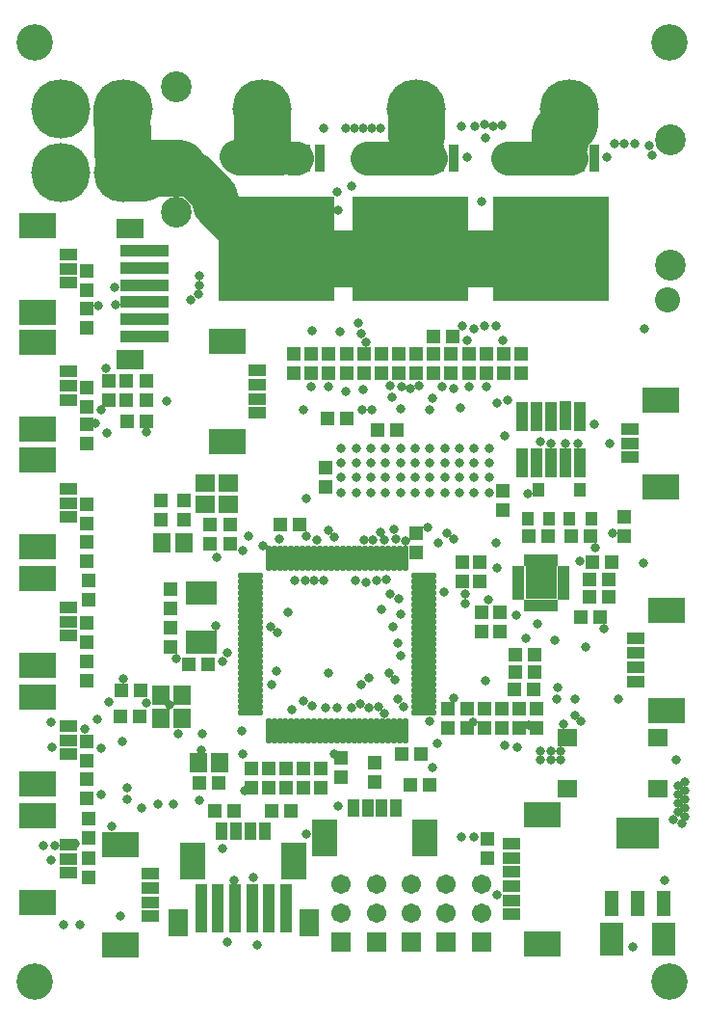
<source format=gts>
%FSTAX23Y23*%
%MOIN*%
%SFA1B1*%

%IPPOS*%
%ADD32C,0.011810*%
%ADD38C,0.118110*%
%ADD39C,0.196850*%
%ADD42C,0.157480*%
%ADD80C,0.137800*%
%ADD81R,0.126000X0.091000*%
%ADD82R,0.091000X0.126000*%
%ADD83R,0.098000X0.067000*%
%ADD84R,0.067000X0.098000*%
%ADD85R,0.047370X0.051310*%
%ADD86R,0.051310X0.047370*%
%ADD87R,0.059180X0.067060*%
%ADD88R,0.110360X0.082800*%
%ADD89R,0.110360X0.114300*%
%ADD90R,0.039500X0.021780*%
%ADD91R,0.021780X0.039500*%
%ADD92R,0.145790X0.106420*%
%ADD93R,0.047370X0.086740*%
%ADD94O,0.019810X0.090680*%
%ADD95O,0.090680X0.019810*%
%ADD96R,0.039500X0.047370*%
%ADD97R,0.069020X0.059180*%
%ADD98R,0.067060X0.059180*%
%ADD99R,0.082800X0.114300*%
%ADD100R,0.039500X0.102490*%
%ADD101R,0.059180X0.039500*%
%ADD102R,0.039500X0.059180*%
%ADD103R,0.165480X0.039500*%
%ADD104R,0.039500X0.165480*%
%ADD105R,0.037530X0.097960*%
%ADD106R,0.399540X0.362920*%
%ADD107C,0.126110*%
%ADD108C,0.204850*%
%ADD109C,0.106420*%
%ADD110R,0.067060X0.067060*%
%ADD111C,0.067060*%
%ADD112C,0.033000*%
%ADD113C,0.086740*%
%LNninja_3_2_pcb-1*%
%LPD*%
G54D32*
X01215Y0273D02*
Y0277D01*
G54D38*
X019Y0277D02*
X0192D01*
X018D02*
X019D01*
X0175D02*
X018D01*
X017D02*
X0175D01*
X01425Y0278D02*
X01435Y0277D01*
X01315D02*
X01415D01*
X01385Y0282D02*
Y0285D01*
X01265Y0277D02*
X01315D01*
X01215D02*
X01265D01*
X0085Y02835D02*
X00857Y02827D01*
X0095Y0277D02*
X0097D01*
X0085D02*
X00915D01*
X008D02*
X0085D01*
X00769D02*
X008D01*
X00759Y02779D02*
X00769Y0277D01*
G54D39*
X0088Y02425D02*
X0179D01*
X01815Y0245*
X0188Y02825D02*
Y02858D01*
X01915Y02892*
Y0294*
X01385Y0285D02*
Y0294D01*
X0085Y02835D02*
Y0294D01*
X00437Y0272D02*
Y02738D01*
X0037Y0272D02*
X00437D01*
X00365Y0294D02*
X0037Y0272D01*
X00437Y02738D02*
X00561D01*
G54D42*
X00561Y02738D02*
X00581Y02718D01*
X0061*
X00688Y0264*
Y02611D02*
Y0264D01*
Y02611D02*
X00841Y02458D01*
G54D80*
X0079Y02535D02*
X008D01*
G54D81*
X00075Y02239D03*
Y02539D03*
Y01834D03*
Y02134D03*
Y01429D03*
Y01729D03*
Y01019D03*
Y01319D03*
Y00609D03*
Y00909D03*
Y00199D03*
Y00499D03*
X0223Y01935D03*
Y01635D03*
X0073Y02138D03*
Y0179D03*
X0225Y00861D03*
Y01209D03*
X0036Y00398D03*
Y0005D03*
X01819Y00055D03*
Y00502D03*
G54D82*
X01066Y0042D03*
X01414D03*
X00611Y0034D03*
X00959D03*
G54D83*
X00395Y02075D03*
Y02529D03*
G54D84*
X01014Y00126D03*
X0056D03*
G54D85*
X02105Y01465D03*
Y01531D03*
X01264Y02028D03*
Y02095D03*
X01385Y02028D03*
Y02095D03*
X01082Y02028D03*
Y02095D03*
X01143Y02028D03*
Y02095D03*
X01445Y02028D03*
Y02095D03*
X0163Y0035D03*
Y00416D03*
X01022Y02095D03*
Y02028D03*
X01566Y02095D03*
Y02028D03*
X01687Y02095D03*
Y02028D03*
X01495Y008D03*
Y00866D03*
X0161Y012D03*
Y01133D03*
X018Y008D03*
Y00866D03*
X01675Y012D03*
Y01133D03*
X0038Y02D03*
Y01933D03*
X0025Y0042D03*
Y00486D03*
Y0035D03*
Y00283D03*
X0067Y01505D03*
Y01438D03*
X0074Y01505D03*
Y01438D03*
X0032Y01935D03*
Y02001D03*
X0174Y00866D03*
Y008D03*
X0156Y00866D03*
Y008D03*
X00245Y00625D03*
Y00558D03*
Y00686D03*
Y00753D03*
Y01445D03*
Y01378D03*
Y0185D03*
Y01783D03*
Y01911D03*
Y01978D03*
Y0225D03*
Y02183D03*
Y02315D03*
Y02381D03*
X01055Y00595D03*
Y00661D03*
X00995Y00595D03*
Y00661D03*
X00875Y0066D03*
Y00593D03*
X0107Y017D03*
Y01633D03*
X01605Y01375D03*
Y01308D03*
X01385Y01475D03*
Y01408D03*
X00961Y02026D03*
Y02093D03*
X01203Y02028D03*
Y02095D03*
X01324Y02028D03*
Y02095D03*
X01505D03*
Y02028D03*
X01626Y02095D03*
Y02028D03*
X01747D03*
Y02095D03*
X0045Y02D03*
Y01933D03*
X0162Y008D03*
Y00866D03*
X0168Y008D03*
Y00866D03*
X005Y0152D03*
Y01586D03*
X0058Y0152D03*
Y01586D03*
X01125Y0063D03*
Y00696D03*
X0124Y00615D03*
Y00681D03*
X00935Y0066D03*
Y00593D03*
X01685Y01555D03*
Y01621D03*
X01545Y01308D03*
Y01375D03*
X00535Y01215D03*
Y01281D03*
X00245Y01506D03*
Y01573D03*
X0025Y0131D03*
Y01243D03*
X00815Y0066D03*
Y00593D03*
X00245Y01096D03*
Y01163D03*
X00535Y01148D03*
Y01081D03*
X00245Y0103D03*
Y00963D03*
G54D86*
X01775Y01465D03*
X01841D03*
X0192D03*
X01986D03*
X0206Y01375D03*
X01993D03*
X0205Y01255D03*
X01983D03*
X01511Y02155D03*
X01445D03*
X0045Y0186D03*
X00383D03*
X01795Y00995D03*
X01728D03*
X01795Y01055D03*
X01728D03*
X00915Y01505D03*
X00981D03*
X00665Y0102D03*
X00598D03*
X00755Y00515D03*
X00688D03*
X00885D03*
X00951D03*
X0205Y01315D03*
X01983D03*
X01365Y00605D03*
X01431D03*
X01145Y0187D03*
X01078D03*
X0179Y00935D03*
X01723D03*
X0202Y01185D03*
X01953D03*
X0036Y0084D03*
X00426D03*
X00365Y0093D03*
X00431D03*
X01335Y0071D03*
X01401D03*
X00635Y0061D03*
X00701D03*
X0125Y0183D03*
X01316D03*
G54D87*
X00505Y0144D03*
X00579D03*
X00705Y0068D03*
X0063D03*
X00575Y00835D03*
X005D03*
X00575Y00915D03*
X005D03*
G54D88*
X0064Y01266D03*
Y01096D03*
G54D89*
X01816Y01303D03*
G54D90*
X01895Y01352D03*
Y01333D03*
Y01313D03*
Y01293D03*
Y01274D03*
Y01254D03*
X01737D03*
Y01274D03*
Y01293D03*
Y01313D03*
Y01333D03*
Y01352D03*
G54D91*
X01767Y01382D03*
X01786D03*
X01806D03*
X01826D03*
X01845D03*
X01865D03*
Y01225D03*
X01845D03*
X01826D03*
X01806D03*
X01786D03*
X01767D03*
G54D92*
X0215Y00439D03*
G54D93*
X02241Y00195D03*
X0206D03*
X0215D03*
G54D94*
X00873Y01389D03*
X00893D03*
X00913D03*
X00932D03*
X00952D03*
X00972D03*
X00991D03*
X01011D03*
X01031D03*
X0105D03*
X0107D03*
X0109D03*
X0111D03*
X01129D03*
X01149D03*
X01169D03*
X01188D03*
X01208D03*
X01228D03*
X01247D03*
X01267D03*
X01287D03*
X01306D03*
X01326D03*
X01346D03*
Y0079D03*
X01326D03*
X01306D03*
X01287D03*
X01267D03*
X01247D03*
X01228D03*
X01208D03*
X01188D03*
X01169D03*
X01149D03*
X01129D03*
X0111D03*
X0109D03*
X0107D03*
X0105D03*
X01031D03*
X01011D03*
X00991D03*
X00972D03*
X00952D03*
X00932D03*
X00913D03*
X00893D03*
X00873D03*
G54D95*
X01409Y01326D03*
Y01306D03*
Y01286D03*
Y01267D03*
Y01247D03*
Y01227D03*
Y01208D03*
Y01188D03*
Y01168D03*
Y01149D03*
Y01129D03*
Y01109D03*
Y0109D03*
Y0107D03*
Y0105D03*
Y0103D03*
Y01011D03*
Y00991D03*
Y00971D03*
Y00952D03*
Y00932D03*
Y00912D03*
Y00893D03*
Y00873D03*
Y00853D03*
X0081D03*
Y00873D03*
Y00893D03*
Y00912D03*
Y00932D03*
Y00952D03*
Y00971D03*
Y00991D03*
Y01011D03*
Y0103D03*
Y0105D03*
Y0107D03*
Y0109D03*
Y01109D03*
Y01129D03*
Y01149D03*
Y01168D03*
Y01188D03*
Y01208D03*
Y01227D03*
Y01247D03*
Y01267D03*
Y01286D03*
Y01306D03*
Y01326D03*
G54D96*
X0177Y01525D03*
X01844D03*
X01807Y01623D03*
X01915Y01525D03*
X01989D03*
X01952Y01623D03*
G54D97*
X01907Y0059D03*
Y00767D03*
X0222D03*
Y0059D03*
G54D98*
X00655Y01575D03*
Y01649D03*
X00735Y01575D03*
Y01649D03*
G54D99*
X02241Y0007D03*
X0206D03*
G54D100*
X01749Y01718D03*
Y01878D03*
X01799Y01718D03*
Y01878D03*
X01849Y01718D03*
Y01878D03*
X01899Y01718D03*
Y0188D03*
X01949Y01718D03*
Y01878D03*
G54D101*
X0018Y02438D03*
Y02389D03*
Y0234D03*
Y02033D03*
Y01984D03*
Y01935D03*
Y01628D03*
Y01579D03*
Y0153D03*
Y01218D03*
Y01169D03*
Y0112D03*
Y00808D03*
Y00759D03*
Y0071D03*
Y00398D03*
Y00349D03*
Y003D03*
X02125Y01736D03*
Y01785D03*
Y01835D03*
X00835Y01939D03*
Y0189D03*
Y01988D03*
Y02037D03*
X02145Y0106D03*
Y0111D03*
Y01011D03*
Y00962D03*
X00465Y00199D03*
Y0015D03*
Y00248D03*
Y00297D03*
X01714Y00303D03*
Y00254D03*
Y00156D03*
Y00205D03*
Y00402D03*
Y00352D03*
G54D102*
X01265Y00525D03*
X01315D03*
X01216D03*
X01167D03*
X0081Y00445D03*
X0086D03*
X00761D03*
X00712D03*
G54D103*
X00445Y02155D03*
Y02214D03*
Y02273D03*
Y02332D03*
Y02391D03*
Y0245D03*
G54D104*
X00935Y00176D03*
X00875D03*
X00816D03*
X00757D03*
X00698D03*
X00639D03*
G54D105*
X0105Y0277D03*
X01D03*
X0095D03*
X0085D03*
X008D03*
X0075D03*
X01515D03*
X01465D03*
X01415D03*
X01315D03*
X01265D03*
X01215D03*
X02D03*
X0195D03*
X019D03*
X018D03*
X0175D03*
X017D03*
G54D106*
X009Y02458D03*
X01365D03*
X0185D03*
G54D107*
X00065Y0317D03*
X0226Y-00075D03*
Y0317D03*
X00065Y-00075D03*
G54D108*
X0037Y0272D03*
Y0294D03*
X00155D03*
Y0272D03*
X0085Y0294D03*
X01385D03*
X01915D03*
G54D109*
X02265Y02833D03*
Y024D03*
X00555Y03018D03*
Y02585D03*
G54D110*
X01125Y0006D03*
X01246D03*
X01367D03*
X01488D03*
X0161D03*
G54D111*
X01125Y0016D03*
Y0026D03*
X01246Y0016D03*
Y0026D03*
X01367Y0016D03*
Y0026D03*
X01488Y0016D03*
Y0026D03*
X0161Y0016D03*
Y0026D03*
G54D112*
X0161Y0262D03*
X01308Y01486D03*
X01875Y0094D03*
X01023Y00879D03*
X0056Y0078D03*
X00315Y0182D03*
X00275Y01855D03*
X0045Y00887D03*
X00555Y0104D03*
X00366Y00753D03*
X0129Y0099D03*
X0132Y01095D03*
X01115Y0259D03*
X01025Y02175D03*
X0121Y02135D03*
X01185Y022D03*
X01195Y02165D03*
X012Y0197D03*
X0114Y01965D03*
X01196Y01901D03*
X0112Y0217D03*
X01457Y00747D03*
X01431Y00825D03*
X01275Y0085D03*
X01255Y00875D03*
X0131Y00966D03*
X0132Y009D03*
X0122Y00975D03*
Y0087D03*
X0119Y00885D03*
X01195Y0095D03*
X0116Y0087D03*
X0111D03*
X0094Y012D03*
X0146Y0144D03*
X01515Y01455D03*
X0091D03*
X01005Y01465D03*
X0104Y0145D03*
X01346Y01449D03*
X01315Y01455D03*
X01425Y01495D03*
X01489Y01475D03*
X0126Y01479D03*
X01235Y0145D03*
X01204Y0145D03*
X01275Y0145D03*
X0108Y01484D03*
X011Y0146D03*
X00855Y0143D03*
X00785Y01415D03*
X00805Y01465D03*
X0121Y01305D03*
X01246Y0131D03*
X0128Y01315D03*
X01295Y01265D03*
X01324Y01247D03*
X0166Y0144D03*
X01635Y01245D03*
X0108Y0099D03*
X0032Y0089D03*
X0037Y0097D03*
X02245Y00275D03*
X01665Y01355D03*
X00785Y0071D03*
X0078Y0079D03*
X01765Y0111D03*
X01815Y0179D03*
X00715Y00385D03*
X0079Y00585D03*
X00635Y0055D03*
X00885Y0095D03*
X01515Y00905D03*
X01625Y00965D03*
X01735Y00735D03*
X0158Y0082D03*
X0144Y00665D03*
X01665Y00225D03*
X02285Y0069D03*
X00285Y0226D03*
X00345Y02265D03*
X0034Y02325D03*
X0031Y02045D03*
X00695Y0139D03*
X0088Y0115D03*
X00715Y0103D03*
X0073Y0106D03*
X00645Y0078D03*
X0028Y0083D03*
X00295Y0073D03*
X00125Y00735D03*
X00295Y0057D03*
X00385Y00555D03*
Y00595D03*
X0033Y0046D03*
X00095Y00395D03*
X0012Y00345D03*
X0022Y0012D03*
X00165D03*
X0073Y0006D03*
X0082Y00285D03*
X00835Y0005D03*
X01955Y00825D03*
X01935Y009D03*
Y00843D03*
X01775Y0081D03*
X01895Y00815D03*
X0187Y009D03*
X01885Y0069D03*
X0185D03*
X01815D03*
X01952Y01378D03*
X02065Y01475D03*
X02005Y01425D03*
X01005Y01595D03*
X01329Y0105D03*
X0134Y00875D03*
X00955Y00865D03*
X01065Y0131D03*
X0103D03*
X00999D03*
X00965D03*
X0133Y01195D03*
X01265Y0121D03*
X01305Y0115D03*
X01175Y0131D03*
X01685Y0214D03*
X0162Y0219D03*
X0166D03*
X01585Y0218D03*
X00995Y019D03*
X013Y01945D03*
X01333Y01981D03*
X0133Y01905D03*
X01364Y01975D03*
X01294Y01985D03*
X01395Y01985D03*
X0144Y0194D03*
X01536Y01908D03*
X01626Y01981D03*
X01665Y01925D03*
X0143Y019D03*
X01515Y01975D03*
X01625Y0284D03*
X02055Y01785D03*
X022Y0278D03*
X0219Y02815D03*
X0214Y02821D03*
X02175Y0218D03*
X0045Y01825D03*
X01586Y0288D03*
X0154D03*
X0162Y02887D03*
X0165Y0288D03*
X00605Y02281D03*
X00635Y02365D03*
Y0233D03*
X0207Y02821D03*
X02105D03*
X0126Y02875D03*
X0123D03*
X012D03*
X0117D03*
X0114D03*
X017Y01935D03*
X0156Y0214D03*
X01566Y01981D03*
X02315Y00585D03*
Y00615D03*
X0148Y0127D03*
X0064Y00725D03*
X0069Y01155D03*
X01865Y01105D03*
X01805Y0116D03*
X0107Y0087D03*
X011Y0071D03*
X01545Y0219D03*
X02045Y02775D03*
X01475Y0198D03*
X0123Y019D03*
X0116Y02675D03*
X0156Y02775D03*
X0111Y02655D03*
X0177Y0161D03*
X02Y0185D03*
X00295Y019D03*
X00995Y00895D03*
X01585Y00425D03*
X0154D03*
X0053Y0088D03*
X02135Y00045D03*
X00905Y0113D03*
X00902Y00997D03*
X0197Y0108D03*
X0173Y0119D03*
X0063Y023D03*
X01555Y01265D03*
X01065Y02875D03*
X0168Y02885D03*
X00755Y00275D03*
X0169Y0181D03*
X01849Y01784D03*
X0036Y0015D03*
X01022Y01981D03*
X00236Y00796D03*
X01555Y0123D03*
X0012Y0082D03*
X02035Y01145D03*
X0185Y0072D03*
X01115Y0053D03*
X01329Y01615D03*
X01534D03*
X01125Y01666D03*
Y01615D03*
X01176D03*
X01227D03*
X01278D03*
X01381D03*
X01432D03*
X01483D03*
X01585D03*
X01637D03*
X01176Y01666D03*
X01227D03*
X01278D03*
X01329D03*
X01381D03*
X01432D03*
X01483D03*
X01534D03*
X01585D03*
X01637D03*
X01125Y01717D03*
X01176D03*
X01227D03*
X01278D03*
X01329D03*
X01381D03*
X01432D03*
X01483D03*
X01534D03*
X01585D03*
X01637D03*
X01125Y01768D03*
X01176D03*
X01227D03*
X01278D03*
X01329D03*
X01381D03*
X01432D03*
X01483D03*
X01534D03*
X01585D03*
X01637D03*
X0052Y0193D03*
X00435Y00525D03*
X01082Y01981D03*
X01885Y0072D03*
X01815D03*
X01945Y01785D03*
X019D03*
X0169Y0074D03*
X0229Y006D03*
X02315Y00495D03*
X0229Y0054D03*
Y0051D03*
X02315Y00525D03*
X0229Y0057D03*
X02315Y00555D03*
X01005Y00435D03*
X00135Y00395D03*
X00205Y004D03*
X02085Y009D03*
X0217Y0137D03*
X0049Y00539D03*
X00545D03*
X02275Y00485D03*
X02305Y0047D03*
G54D113*
X02255Y0228D03*
M02*
</source>
